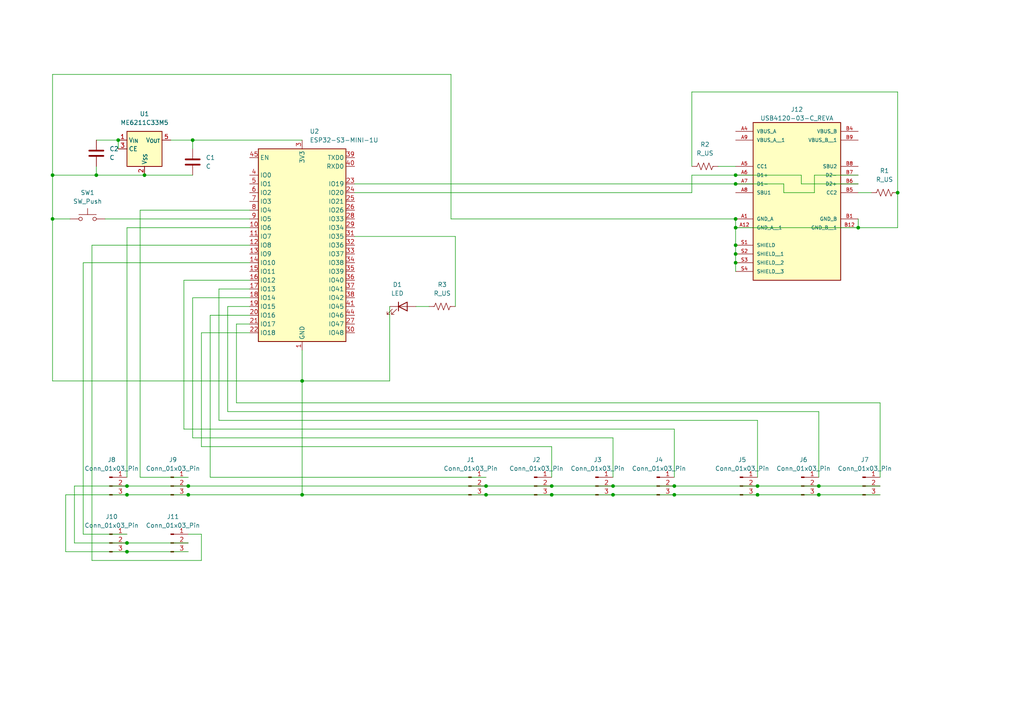
<source format=kicad_sch>
(kicad_sch (version 20231120) (generator "eeschema") (generator_version "8.0")
  (paper "A4")
  (lib_symbols
    (symbol "Connector:Conn_01x03_Pin" (pin_names (offset 1.016) hide)
      (property "Reference" "J" (at 0 5.08 0))
      (property "Value" "Conn_01x03_Pin" (at 0 -5.08 0))
      (symbol "Conn_01x03_Pin_1_1"
        (polyline (pts (xy 1.27 -2.54) (xy 0.8636 -2.54)) (stroke (width 0.1524)))
        (polyline (pts (xy 1.27 0) (xy 0.8636 0)) (stroke (width 0.1524)))
        (polyline (pts (xy 1.27 2.54) (xy 0.8636 2.54)) (stroke (width 0.1524)))
        (rectangle (start 0.8636 -2.413) (end 0 -2.667) (stroke (width 0.1524)) (fill (type outline)))
        (rectangle (start 0.8636 0.127) (end 0 -0.127) (stroke (width 0.1524)) (fill (type outline)))
        (rectangle (start 0.8636 2.667) (end 0 2.413) (stroke (width 0.1524)) (fill (type outline)))
        (pin passive line (at 5.08 2.54 180) (length 3.81) (name "Pin_1") (number "1"))
        (pin passive line (at 5.08 0 180) (length 3.81) (name "Pin_2") (number "2"))
        (pin passive line (at 5.08 -2.54 180) (length 3.81) (name "Pin_3") (number "3"))
      )
    )
    (symbol "Device:C" (pin_numbers hide) (pin_names (offset 0.254))
      (property "Reference" "C" (at 0.635 2.54 0))
      (property "Value" "C" (at 0.635 -2.54 0))
      (symbol "C_0_1"
        (polyline (pts (xy -2.032 -0.762) (xy 2.032 -0.762)) (stroke (width 0.508)))
        (polyline (pts (xy -2.032 0.762) (xy 2.032 0.762)) (stroke (width 0.508)))
      )
      (symbol "C_1_1"
        (pin passive line (at 0 3.81 270) (length 2.794) (name "~") (number "1"))
        (pin passive line (at 0 -3.81 90) (length 2.794) (name "~") (number "2"))
      )
    )
    (symbol "Device:LED" (pin_numbers hide) (pin_names (offset 1.016) hide)
      (property "Reference" "D" (at 0 2.54 0))
      (property "Value" "LED" (at 0 -2.54 0))
      (symbol "LED_0_1"
        (polyline (pts (xy -1.27 -1.27) (xy -1.27 1.27)) (stroke (width 0.254)))
        (polyline (pts (xy -1.27 0) (xy 1.27 0)))
        (polyline (pts (xy 1.27 -1.27) (xy 1.27 1.27) (xy -1.27 0) (xy 1.27 -1.27)) (stroke (width 0.254)))
        (polyline (pts (xy -3.048 -0.762) (xy -4.572 -2.286) (xy -3.81 -2.286) (xy -4.572 -2.286) (xy -4.572 -1.524)))
        (polyline (pts (xy -1.778 -0.762) (xy -3.302 -2.286) (xy -2.54 -2.286) (xy -3.302 -2.286) (xy -3.302 -1.524)))
      )
      (symbol "LED_1_1"
        (pin passive line (at -3.81 0 0) (length 2.54) (name "K") (number "1"))
        (pin passive line (at 3.81 0 180) (length 2.54) (name "A") (number "2"))
      )
    )
    (symbol "Device:R_US" (pin_numbers hide) (pin_names (offset 0))
      (property "Reference" "R" (at 2.54 0 90))
      (property "Value" "R_US" (at -2.54 0 90))
      (symbol "R_US_0_1"
        (polyline (pts (xy 0 -2.286) (xy 0 -2.54)))
        (polyline (pts (xy 0 2.286) (xy 0 2.54)))
        (polyline (pts (xy 0 -0.762) (xy 1.016 -1.143) (xy 0 -1.524) (xy -1.016 -1.905) (xy 0 -2.286)))
        (polyline (pts (xy 0 0.762) (xy 1.016 0.381) (xy 0 0) (xy -1.016 -0.381) (xy 0 -0.762)))
        (polyline (pts (xy 0 2.286) (xy 1.016 1.905) (xy 0 1.524) (xy -1.016 1.143) (xy 0 0.762)))
      )
      (symbol "R_US_1_1"
        (pin passive line (at 0 3.81 270) (length 1.27) (name "~") (number "1"))
        (pin passive line (at 0 -3.81 90) (length 1.27) (name "~") (number "2"))
      )
    )
    (symbol "RF_Module:ESP32-S3-MINI-1U"
      (property "Reference" "U" (at -11.43 29.21 0))
      (property "Value" "ESP32-S3-MINI-1U" (at 12.7 29.21 0))
      (symbol "ESP32-S3-MINI-1U_0_1"
        (rectangle (start -12.7 27.94) (end 12.7 -27.94) (stroke (width 0.254)) (fill (type background)))
      )
      (symbol "ESP32-S3-MINI-1U_1_1"
        (pin power_in line (at 0 -30.48 90) (length 2.54) (name "GND") (number "1"))
        (pin bidirectional line (at -15.24 5.08 0) (length 2.54) (name "IO6") (number "10"))
        (pin bidirectional line (at -15.24 2.54 0) (length 2.54) (name "IO7") (number "11"))
        (pin bidirectional line (at -15.24 0 0) (length 2.54) (name "IO8") (number "12"))
        (pin bidirectional line (at -15.24 -2.54 0) (length 2.54) (name "IO9") (number "13"))
        (pin bidirectional line (at -15.24 -5.08 0) (length 2.54) (name "IO10") (number "14"))
        (pin bidirectional line (at -15.24 -7.62 0) (length 2.54) (name "IO11") (number "15"))
        (pin bidirectional line (at -15.24 -10.16 0) (length 2.54) (name "IO12") (number "16"))
        (pin bidirectional line (at -15.24 -12.7 0) (length 2.54) (name "IO13") (number "17"))
        (pin bidirectional line (at -15.24 -15.24 0) (length 2.54) (name "IO14") (number "18"))
        (pin bidirectional line (at -15.24 -17.78 0) (length 2.54) (name "IO15") (number "19"))
        (pin passive line (at 0 -30.48 90) (length 2.54) hide (name "GND") (number "2"))
        (pin bidirectional line (at -15.24 -20.32 0) (length 2.54) (name "IO16") (number "20"))
        (pin bidirectional line (at -15.24 -22.86 0) (length 2.54) (name "IO17") (number "21"))
        (pin bidirectional line (at -15.24 -25.4 0) (length 2.54) (name "IO18") (number "22"))
        (pin bidirectional line (at 15.24 17.78 180) (length 2.54) (name "IO19") (number "23"))
        (pin bidirectional line (at 15.24 15.24 180) (length 2.54) (name "IO20") (number "24"))
        (pin bidirectional line (at 15.24 12.7 180) (length 2.54) (name "IO21") (number "25"))
        (pin bidirectional line (at 15.24 10.16 180) (length 2.54) (name "IO26") (number "26"))
        (pin bidirectional line (at 15.24 -22.86 180) (length 2.54) (name "IO47") (number "27"))
        (pin bidirectional line (at 15.24 7.62 180) (length 2.54) (name "IO33") (number "28"))
        (pin bidirectional line (at 15.24 5.08 180) (length 2.54) (name "IO34") (number "29"))
        (pin power_in line (at 0 30.48 270) (length 2.54) (name "3V3") (number "3"))
        (pin bidirectional line (at 15.24 -25.4 180) (length 2.54) (name "IO48") (number "30"))
        (pin bidirectional line (at 15.24 2.54 180) (length 2.54) (name "IO35") (number "31"))
        (pin bidirectional line (at 15.24 0 180) (length 2.54) (name "IO36") (number "32"))
        (pin bidirectional line (at 15.24 -2.54 180) (length 2.54) (name "IO37") (number "33"))
        (pin bidirectional line (at 15.24 -5.08 180) (length 2.54) (name "IO38") (number "34"))
        (pin bidirectional line (at 15.24 -7.62 180) (length 2.54) (name "IO39") (number "35"))
        (pin bidirectional line (at 15.24 -10.16 180) (length 2.54) (name "IO40") (number "36"))
        (pin bidirectional line (at 15.24 -12.7 180) (length 2.54) (name "IO41") (number "37"))
        (pin bidirectional line (at 15.24 -15.24 180) (length 2.54) (name "IO42") (number "38"))
        (pin bidirectional line (at 15.24 25.4 180) (length 2.54) (name "TXD0") (number "39"))
        (pin bidirectional line (at -15.24 20.32 0) (length 2.54) (name "IO0") (number "4"))
        (pin bidirectional line (at 15.24 22.86 180) (length 2.54) (name "RXD0") (number "40"))
        (pin bidirectional line (at 15.24 -17.78 180) (length 2.54) (name "IO45") (number "41"))
        (pin passive line (at 0 -30.48 90) (length 2.54) hide (name "GND") (number "42"))
        (pin passive line (at 0 -30.48 90) (length 2.54) hide (name "GND") (number "43"))
        (pin bidirectional line (at 15.24 -20.32 180) (length 2.54) (name "IO46") (number "44"))
        (pin input line (at -15.24 25.4 0) (length 2.54) (name "EN") (number "45"))
        (pin passive line (at 0 -30.48 90) (length 2.54) hide (name "GND") (number "46"))
        (pin passive line (at 0 -30.48 90) (length 2.54) hide (name "GND") (number "47"))
        (pin passive line (at 0 -30.48 90) (length 2.54) hide (name "GND") (number "48"))
        (pin passive line (at 0 -30.48 90) (length 2.54) hide (name "GND") (number "49"))
        (pin bidirectional line (at -15.24 17.78 0) (length 2.54) (name "IO1") (number "5"))
        (pin passive line (at 0 -30.48 90) (length 2.54) hide (name "GND") (number "50"))
        (pin passive line (at 0 -30.48 90) (length 2.54) hide (name "GND") (number "51"))
        (pin passive line (at 0 -30.48 90) (length 2.54) hide (name "GND") (number "52"))
        (pin passive line (at 0 -30.48 90) (length 2.54) hide (name "GND") (number "53"))
        (pin passive line (at 0 -30.48 90) (length 2.54) hide (name "GND") (number "54"))
        (pin passive line (at 0 -30.48 90) (length 2.54) hide (name "GND") (number "55"))
        (pin passive line (at 0 -30.48 90) (length 2.54) hide (name "GND") (number "56"))
        (pin passive line (at 0 -30.48 90) (length 2.54) hide (name "GND") (number "57"))
        (pin passive line (at 0 -30.48 90) (length 2.54) hide (name "GND") (number "58"))
        (pin passive line (at 0 -30.48 90) (length 2.54) hide (name "GND") (number "59"))
        (pin bidirectional line (at -15.24 15.24 0) (length 2.54) (name "IO2") (number "6"))
        (pin passive line (at 0 -30.48 90) (length 2.54) hide (name "GND") (number "60"))
        (pin passive line (at 0 -30.48 90) (length 2.54) hide (name "GND") (number "61"))
        (pin passive line (at 0 -30.48 90) (length 2.54) hide (name "GND") (number "62"))
        (pin passive line (at 0 -30.48 90) (length 2.54) hide (name "GND") (number "63"))
        (pin passive line (at 0 -30.48 90) (length 2.54) hide (name "GND") (number "64"))
        (pin passive line (at 0 -30.48 90) (length 2.54) hide (name "GND") (number "65"))
        (pin bidirectional line (at -15.24 12.7 0) (length 2.54) (name "IO3") (number "7"))
        (pin bidirectional line (at -15.24 10.16 0) (length 2.54) (name "IO4") (number "8"))
        (pin bidirectional line (at -15.24 7.62 0) (length 2.54) (name "IO5") (number "9"))
      )
    )
    (symbol "Regulator_Linear:ME6211C33M5"
      (property "Reference" "U" (at -4.572 6.35 0))
      (property "Value" "ME6211C33M5" (at 10.16 8.636 0))
      (symbol "ME6211C33M5_1_1"
        (rectangle (start -5.08 5.08) (end 5.08 -5.08) (stroke (width 0.254)) (fill (type background)))
        (pin power_in line (at -7.62 2.54 0) (length 2.54) (name "V_{IN}") (number "1"))
        (pin power_in line (at 0 -7.62 90) (length 2.54) (name "V_{SS}") (number "2"))
        (pin input line (at -7.62 0 0) (length 2.54) (name "CE") (number "3"))
        (pin no_connect line (at 5.08 0 180) (length 2.54) hide (name "NC") (number "4"))
        (pin power_out line (at 7.62 2.54 180) (length 2.54) (name "V_{OUT}") (number "5"))
      )
    )
    (symbol "Switch:SW_Push" (pin_numbers hide) (pin_names (offset 1.016) hide)
      (property "Reference" "SW" (at 1.27 2.54 0))
      (property "Value" "SW_Push" (at 0 -1.524 0))
      (symbol "SW_Push_0_1"
        (circle (center -2.032 0) (radius 0.508))
        (polyline (pts (xy 0 1.27) (xy 0 3.048)))
        (polyline (pts (xy 2.54 1.27) (xy -2.54 1.27)))
        (circle (center 2.032 0) (radius 0.508))
        (pin passive line (at -5.08 0 0) (length 2.54) (name "1") (number "1"))
        (pin passive line (at 5.08 0 180) (length 2.54) (name "2") (number "2"))
      )
    )
    (symbol "usbc:USB4120-03-C_REVA" (pin_names (offset 1.016))
      (property "Reference" "J" (at -12.7 16.002 0))
      (property "Value" "USB4120-03-C_REVA" (at -12.7 -31.242 0))
      (symbol "USB4120-03-C_REVA_0_0"
        (rectangle (start -12.7 -30.48) (end 12.7 15.24) (stroke (width 0.254)) (fill (type background)))
        (pin power_in line (at -17.78 -12.7 0) (length 5.08) (name "GND_A") (number "A1"))
        (pin power_in line (at -17.78 -15.24 0) (length 5.08) (name "GND_A__1") (number "A12"))
        (pin power_in line (at -17.78 12.7 0) (length 5.08) (name "VBUS_A") (number "A4"))
        (pin bidirectional line (at -17.78 2.54 0) (length 5.08) (name "CC1") (number "A5"))
        (pin bidirectional line (at -17.78 0 0) (length 5.08) (name "D1+") (number "A6"))
        (pin bidirectional line (at -17.78 -2.54 0) (length 5.08) (name "D1-") (number "A7"))
        (pin bidirectional line (at -17.78 -5.08 0) (length 5.08) (name "SBU1") (number "A8"))
        (pin power_in line (at -17.78 10.16 0) (length 5.08) (name "VBUS_A__1") (number "A9"))
        (pin power_in line (at 17.78 -12.7 180) (length 5.08) (name "GND_B") (number "B1"))
        (pin power_in line (at 17.78 -15.24 180) (length 5.08) (name "GND_B__1") (number "B12"))
        (pin power_in line (at 17.78 12.7 180) (length 5.08) (name "VBUS_B") (number "B4"))
        (pin bidirectional line (at 17.78 -5.08 180) (length 5.08) (name "CC2") (number "B5"))
        (pin bidirectional line (at 17.78 -2.54 180) (length 5.08) (name "D2+") (number "B6"))
        (pin bidirectional line (at 17.78 0 180) (length 5.08) (name "D2-") (number "B7"))
        (pin bidirectional line (at 17.78 2.54 180) (length 5.08) (name "SBU2") (number "B8"))
        (pin power_in line (at 17.78 10.16 180) (length 5.08) (name "VBUS_B__1") (number "B9"))
        (pin passive line (at -17.78 -20.32 0) (length 5.08) (name "SHIELD") (number "S1"))
        (pin passive line (at -17.78 -22.86 0) (length 5.08) (name "SHIELD__1") (number "S2"))
        (pin passive line (at -17.78 -25.4 0) (length 5.08) (name "SHIELD__2") (number "S3"))
        (pin passive line (at -17.78 -27.94 0) (length 5.08) (name "SHIELD__3") (number "S4"))
      )
    )
  )
  (junction (at 195.58 140.97))
  (junction (at 36.83 157.48))
  (junction (at 87.63 143.51))
  (junction (at 140.97 140.97))
  (junction (at 237.49 143.51))
  (junction (at 160.02 143.51))
  (junction (at 219.71 140.97))
  (junction (at 140.97 143.51))
  (junction (at 213.36 71.12))
  (junction (at 213.36 53.34))
  (junction (at 36.83 160.02))
  (junction (at 213.36 66.04))
  (junction (at 160.02 140.97))
  (junction (at 237.49 140.97))
  (junction (at 248.92 66.04))
  (junction (at 213.36 50.8))
  (junction (at 260.35 55.88))
  (junction (at 15.24 50.8))
  (junction (at 177.8 143.51))
  (junction (at 87.63 110.49))
  (junction (at 27.94 50.8))
  (junction (at 36.83 143.51))
  (junction (at 219.71 143.51))
  (junction (at 36.83 140.97))
  (junction (at 54.61 140.97))
  (junction (at 213.36 63.5))
  (junction (at 34.29 40.64))
  (junction (at 195.58 143.51))
  (junction (at 41.91 50.8))
  (junction (at 177.8 140.97))
  (junction (at 213.36 73.66))
  (junction (at 55.88 40.64))
  (junction (at 54.61 143.51))
  (junction (at 213.36 76.2))
  (junction (at 15.24 63.5))
  (wire (pts (xy 26.67 71.12) (xy 26.67 162.56)))
  (wire (pts (xy 49.53 40.64) (xy 55.88 40.64)))
  (wire (pts (xy 63.5 121.92) (xy 219.71 121.92)))
  (wire (pts (xy 213.36 73.66) (xy 213.36 76.2)))
  (wire (pts (xy 213.36 71.12) (xy 213.36 73.66)))
  (wire (pts (xy 177.8 127) (xy 55.88 127)))
  (wire (pts (xy 219.71 121.92) (xy 219.71 138.43)))
  (wire (pts (xy 72.39 88.9) (xy 66.04 88.9)))
  (wire (pts (xy 232.41 53.34) (xy 248.92 53.34)))
  (wire (pts (xy 19.05 160.02) (xy 36.83 160.02)))
  (wire (pts (xy 260.35 26.67) (xy 260.35 55.88)))
  (wire (pts (xy 54.61 138.43) (xy 40.64 138.43)))
  (wire (pts (xy 58.42 154.94) (xy 54.61 154.94)))
  (wire (pts (xy 160.02 140.97) (xy 177.8 140.97)))
  (wire (pts (xy 55.88 127) (xy 55.88 86.36)))
  (wire (pts (xy 55.88 86.36) (xy 72.39 86.36)))
  (wire (pts (xy 160.02 143.51) (xy 177.8 143.51)))
  (wire (pts (xy 27.94 48.26) (xy 27.94 50.8)))
  (wire (pts (xy 54.61 140.97) (xy 140.97 140.97)))
  (wire (pts (xy 15.24 50.8) (xy 27.94 50.8)))
  (wire (pts (xy 34.29 40.64) (xy 27.94 40.64)))
  (wire (pts (xy 208.28 48.26) (xy 213.36 48.26)))
  (wire (pts (xy 132.08 88.9) (xy 132.08 68.58)))
  (wire (pts (xy 232.41 50.8) (xy 232.41 53.34)))
  (wire (pts (xy 213.36 50.8) (xy 232.41 50.8)))
  (wire (pts (xy 21.59 157.48) (xy 36.83 157.48)))
  (wire (pts (xy 27.94 50.8) (xy 41.91 50.8)))
  (wire (pts (xy 36.83 157.48) (xy 54.61 157.48)))
  (wire (pts (xy 195.58 124.46) (xy 53.34 124.46)))
  (wire (pts (xy 132.08 68.58) (xy 102.87 68.58)))
  (wire (pts (xy 177.8 143.51) (xy 195.58 143.51)))
  (wire (pts (xy 36.83 143.51) (xy 54.61 143.51)))
  (wire (pts (xy 15.24 50.8) (xy 15.24 63.5)))
  (wire (pts (xy 248.92 55.88) (xy 252.73 55.88)))
  (wire (pts (xy 66.04 88.9) (xy 66.04 119.38)))
  (wire (pts (xy 227.33 53.34) (xy 213.36 53.34)))
  (wire (pts (xy 219.71 143.51) (xy 237.49 143.51)))
  (wire (pts (xy 55.88 50.8) (xy 41.91 50.8)))
  (wire (pts (xy 60.96 138.43) (xy 60.96 91.44)))
  (wire (pts (xy 15.24 21.59) (xy 15.24 50.8)))
  (wire (pts (xy 66.04 119.38) (xy 237.49 119.38)))
  (wire (pts (xy 213.36 66.04) (xy 213.36 71.12)))
  (wire (pts (xy 195.58 140.97) (xy 219.71 140.97)))
  (wire (pts (xy 177.8 140.97) (xy 195.58 140.97)))
  (wire (pts (xy 177.8 138.43) (xy 177.8 127)))
  (wire (pts (xy 130.81 21.59) (xy 15.24 21.59)))
  (wire (pts (xy 68.58 116.84) (xy 255.27 116.84)))
  (wire (pts (xy 213.36 66.04) (xy 248.92 66.04)))
  (wire (pts (xy 87.63 143.51) (xy 140.97 143.51)))
  (wire (pts (xy 15.24 63.5) (xy 15.24 110.49)))
  (wire (pts (xy 237.49 140.97) (xy 255.27 140.97)))
  (wire (pts (xy 87.63 110.49) (xy 87.63 143.51)))
  (wire (pts (xy 213.36 76.2) (xy 213.36 78.74)))
  (wire (pts (xy 195.58 138.43) (xy 195.58 124.46)))
  (wire (pts (xy 236.22 55.88) (xy 227.33 55.88)))
  (wire (pts (xy 200.66 50.8) (xy 200.66 55.88)))
  (wire (pts (xy 72.39 83.82) (xy 63.5 83.82)))
  (wire (pts (xy 24.13 154.94) (xy 36.83 154.94)))
  (wire (pts (xy 237.49 143.51) (xy 255.27 143.51)))
  (wire (pts (xy 34.29 40.64) (xy 34.29 43.18)))
  (wire (pts (xy 130.81 63.5) (xy 213.36 63.5)))
  (wire (pts (xy 36.83 140.97) (xy 54.61 140.97)))
  (wire (pts (xy 15.24 110.49) (xy 87.63 110.49)))
  (wire (pts (xy 19.05 143.51) (xy 19.05 160.02)))
  (wire (pts (xy 200.66 50.8) (xy 213.36 50.8)))
  (wire (pts (xy 36.83 160.02) (xy 54.61 160.02)))
  (wire (pts (xy 36.83 66.04) (xy 72.39 66.04)))
  (wire (pts (xy 248.92 66.04) (xy 248.92 63.5)))
  (wire (pts (xy 200.66 26.67) (xy 260.35 26.67)))
  (wire (pts (xy 58.42 129.54) (xy 58.42 96.52)))
  (wire (pts (xy 53.34 124.46) (xy 53.34 81.28)))
  (wire (pts (xy 40.64 138.43) (xy 40.64 60.96)))
  (wire (pts (xy 58.42 96.52) (xy 72.39 96.52)))
  (wire (pts (xy 36.83 138.43) (xy 36.83 66.04)))
  (wire (pts (xy 160.02 129.54) (xy 58.42 129.54)))
  (wire (pts (xy 213.36 63.5) (xy 213.36 66.04)))
  (wire (pts (xy 21.59 140.97) (xy 21.59 157.48)))
  (wire (pts (xy 140.97 138.43) (xy 60.96 138.43)))
  (wire (pts (xy 255.27 116.84) (xy 255.27 138.43)))
  (wire (pts (xy 113.03 110.49) (xy 87.63 110.49)))
  (wire (pts (xy 102.87 55.88) (xy 200.66 55.88)))
  (wire (pts (xy 237.49 119.38) (xy 237.49 138.43)))
  (wire (pts (xy 21.59 140.97) (xy 36.83 140.97)))
  (wire (pts (xy 54.61 143.51) (xy 87.63 143.51)))
  (wire (pts (xy 26.67 162.56) (xy 58.42 162.56)))
  (wire (pts (xy 113.03 88.9) (xy 113.03 110.49)))
  (wire (pts (xy 140.97 140.97) (xy 160.02 140.97)))
  (wire (pts (xy 15.24 63.5) (xy 20.32 63.5)))
  (wire (pts (xy 72.39 76.2) (xy 24.13 76.2)))
  (wire (pts (xy 130.81 21.59) (xy 130.81 63.5)))
  (wire (pts (xy 72.39 71.12) (xy 26.67 71.12)))
  (wire (pts (xy 160.02 138.43) (xy 160.02 129.54)))
  (wire (pts (xy 63.5 83.82) (xy 63.5 121.92)))
  (wire (pts (xy 236.22 50.8) (xy 236.22 55.88)))
  (wire (pts (xy 53.34 81.28) (xy 72.39 81.28)))
  (wire (pts (xy 140.97 143.51) (xy 160.02 143.51)))
  (wire (pts (xy 72.39 93.98) (xy 68.58 93.98)))
  (wire (pts (xy 195.58 143.51) (xy 219.71 143.51)))
  (wire (pts (xy 102.87 53.34) (xy 213.36 53.34)))
  (wire (pts (xy 248.92 50.8) (xy 236.22 50.8)))
  (wire (pts (xy 58.42 162.56) (xy 58.42 154.94)))
  (wire (pts (xy 260.35 66.04) (xy 248.92 66.04)))
  (wire (pts (xy 19.05 143.51) (xy 36.83 143.51)))
  (wire (pts (xy 55.88 40.64) (xy 55.88 43.18)))
  (wire (pts (xy 200.66 48.26) (xy 200.66 26.67)))
  (wire (pts (xy 227.33 55.88) (xy 227.33 53.34)))
  (wire (pts (xy 30.48 63.5) (xy 72.39 63.5)))
  (wire (pts (xy 60.96 91.44) (xy 72.39 91.44)))
  (wire (pts (xy 68.58 93.98) (xy 68.58 116.84)))
  (wire (pts (xy 55.88 40.64) (xy 87.63 40.64)))
  (wire (pts (xy 219.71 140.97) (xy 237.49 140.97)))
  (wire (pts (xy 260.35 55.88) (xy 260.35 66.04)))
  (wire (pts (xy 40.64 60.96) (xy 72.39 60.96)))
  (wire (pts (xy 24.13 76.2) (xy 24.13 154.94)))
  (wire (pts (xy 87.63 101.6) (xy 87.63 110.49)))
  (wire (pts (xy 120.65 88.9) (xy 124.46 88.9)))
  (symbol (lib_id "Device:R_US") (at 256.54 55.88 270) (unit 1)
    (property "Reference" "R1" (at 256.54 49.53 90))
    (property "Value" "R_US" (at 256.54 52.07 90))
    (property "Footprint" "Resistor_SMD:R_0402_1005Metric_Pad0.72x0.64mm_HandSolder" (effects (hide yes)))
    (property "Description" "Resistor, US symbol" (effects (hide yes)))
  )
  (symbol (lib_id "Device:R_US") (at 204.47 48.26 90) (unit 1)
    (property "Reference" "R2" (at 204.47 41.91 90))
    (property "Value" "R_US" (at 204.47 44.45 90))
    (property "Footprint" "Resistor_SMD:R_0402_1005Metric_Pad0.72x0.64mm_HandSolder" (effects (hide yes)))
    (property "Description" "Resistor, US symbol" (effects (hide yes)))
  )
  (symbol (lib_id "Connector:Conn_01x03_Pin") (at 154.94 140.97 0) (unit 1)
    (property "Reference" "J2" (at 155.575 133.35 0))
    (property "Value" "Conn_01x03_Pin" (at 155.575 135.89 0))
    (property "Footprint" "Connector_PinHeader_2.54mm:PinHeader_1x03_P2.54mm_Vertical" (effects (hide yes)))
    (property "Description" "Generic connector, single row, 01x03, script generated" (effects (hide yes)))
  )
  (symbol (lib_id "Connector:Conn_01x03_Pin") (at 49.53 157.48 0) (unit 1)
    (property "Reference" "J11" (at 50.165 149.86 0))
    (property "Value" "Conn_01x03_Pin" (at 50.165 152.4 0))
    (property "Footprint" "Connector_PinHeader_2.54mm:PinHeader_1x03_P2.54mm_Vertical" (effects (hide yes)))
    (property "Description" "Generic connector, single row, 01x03, script generated" (effects (hide yes)))
  )
  (symbol (lib_id "Device:C") (at 27.94 44.45 0) (unit 1)
    (property "Reference" "C2" (at 31.75 43.1799 0) (effects (justify left)))
    (property "Value" "C" (at 31.75 45.7199 0) (effects (justify left)))
    (property "Footprint" "Capacitor_SMD:C_0402_1005Metric_Pad0.74x0.62mm_HandSolder" (effects (hide yes)))
    (property "Description" "Unpolarized capacitor" (effects (hide yes)))
  )
  (symbol (lib_id "Switch:SW_Push") (at 25.4 63.5 0) (unit 1)
    (property "Reference" "SW1" (at 25.4 55.88 0))
    (property "Value" "SW_Push" (at 25.4 58.42 0))
    (property "Footprint" "Button_Switch_SMD:SW_Tactile_SPST_NO_Straight_CK_PTS636Sx25SMTRLFS" (effects (hide yes)))
    (property "Description" "Push button switch, generic, two pins" (effects (hide yes)))
  )
  (symbol (lib_id "Device:R_US") (at 128.27 88.9 90) (unit 1)
    (property "Reference" "R3" (at 128.27 82.55 90))
    (property "Value" "R_US" (at 128.27 85.09 90))
    (property "Footprint" "Resistor_SMD:R_0402_1005Metric_Pad0.72x0.64mm_HandSolder" (effects (hide yes)))
    (property "Description" "Resistor, US symbol" (effects (hide yes)))
  )
  (symbol (lib_id "Connector:Conn_01x03_Pin") (at 190.5 140.97 0) (unit 1)
    (property "Reference" "J4" (at 191.135 133.35 0))
    (property "Value" "Conn_01x03_Pin" (at 191.135 135.89 0))
    (property "Footprint" "Connector_PinHeader_2.54mm:PinHeader_1x03_P2.54mm_Vertical" (effects (hide yes)))
    (property "Description" "Generic connector, single row, 01x03, script generated" (effects (hide yes)))
  )
  (symbol (lib_id "usbc:USB4120-03-C_REVA") (at 231.14 50.8 0) (unit 1)
    (property "Reference" "J12" (at 231.14 31.75 0))
    (property "Value" "USB4120-03-C_REVA" (at 231.14 34.29 0))
    (property "Footprint" "usbc:USB4120-03-C_GCT" (effects (hide yes)))
    (property "PARTREV" "A" (effects (hide yes)))
    (property "MANUFACTURER" "GCT" (effects (hide yes)))
    (property "MAXIMUM_PACKAGE_HEIGHT" "6.5mm" (effects (hide yes)))
    (property "STANDARD" "Manufacturer Recommendations" (effects (hide yes)))
  )
  (symbol (lib_id "Connector:Conn_01x03_Pin") (at 172.72 140.97 0) (unit 1)
    (property "Reference" "J3" (at 173.355 133.35 0))
    (property "Value" "Conn_01x03_Pin" (at 173.355 135.89 0))
    (property "Footprint" "Connector_PinHeader_2.54mm:PinHeader_1x03_P2.54mm_Vertical" (effects (hide yes)))
    (property "Description" "Generic connector, single row, 01x03, script generated" (effects (hide yes)))
  )
  (symbol (lib_id "RF_Module:ESP32-S3-MINI-1U") (at 87.63 71.12 0) (unit 1)
    (property "Reference" "U2" (at 89.8241 38.1 0) (effects (justify left)))
    (property "Value" "ESP32-S3-MINI-1U" (at 89.8241 40.64 0) (effects (justify left)))
    (property "Footprint" "RF_Module:ESP32-S2-MINI-1U" (effects (hide yes)))
    (property "Datasheet" "https://www.espressif.com/sites/default/files/documentation/esp32-s3-mini-1_mini-1u_datasheet_en.pdf" (effects (hide yes)))
    (property "Description" "RF Module, ESP32-S3 SoC, Wi-Fi 802.11b/g/n, Bluetooth, BLE, 32-bit, 3.3V, SMD, external antenna" (effects (hide yes)))
  )
  (symbol (lib_id "Device:LED") (at 116.84 88.9 0) (unit 1)
    (property "Reference" "D1" (at 115.2525 82.55 0))
    (property "Value" "LED" (at 115.2525 85.09 0))
    (property "Footprint" "LED_THT:LED_D3.0mm" (effects (hide yes)))
    (property "Description" "Light emitting diode" (effects (hide yes)))
  )
  (symbol (lib_id "Connector:Conn_01x03_Pin") (at 250.19 140.97 0) (unit 1)
    (property "Reference" "J7" (at 250.825 133.35 0))
    (property "Value" "Conn_01x03_Pin" (at 250.825 135.89 0))
    (property "Footprint" "Connector_PinHeader_2.54mm:PinHeader_1x03_P2.54mm_Vertical" (effects (hide yes)))
    (property "Description" "Generic connector, single row, 01x03, script generated" (effects (hide yes)))
  )
  (symbol (lib_id "Regulator_Linear:ME6211C33M5") (at 41.91 43.18 0) (unit 1)
    (property "Reference" "U1" (at 41.91 33.02 0))
    (property "Value" "ME6211C33M5" (at 41.91 35.56 0))
    (property "Footprint" "Package_TO_SOT_SMD:SOT-23-5" (effects (hide yes)))
    (property "Datasheet" "https://www.lcsc.com/datasheet/lcsc_datasheet_2304140030_MICRONE-Nanjing-Micro-One-Elec-ME6211C33R5G_C235316.pdf" (effects (hide yes)))
    (property "Description" "500mA low dropout linear regulator, shutdown pin, 6.5V max input voltage, 3.3V fixed positive output, SOT-23-5" (effects (hide yes)))
  )
  (symbol (lib_id "Connector:Conn_01x03_Pin") (at 232.41 140.97 0) (unit 1)
    (property "Reference" "J6" (at 233.045 133.35 0))
    (property "Value" "Conn_01x03_Pin" (at 233.045 135.89 0))
    (property "Footprint" "Connector_PinHeader_2.54mm:PinHeader_1x03_P2.54mm_Vertical" (effects (hide yes)))
    (property "Description" "Generic connector, single row, 01x03, script generated" (effects (hide yes)))
  )
  (symbol (lib_id "Connector:Conn_01x03_Pin") (at 135.89 140.97 0) (unit 1)
    (property "Reference" "J1" (at 136.525 133.35 0))
    (property "Value" "Conn_01x03_Pin" (at 136.525 135.89 0))
    (property "Footprint" "Connector_PinHeader_2.54mm:PinHeader_1x03_P2.54mm_Vertical" (effects (hide yes)))
    (property "Description" "Generic connector, single row, 01x03, script generated" (effects (hide yes)))
  )
  (symbol (lib_id "Device:C") (at 55.88 46.99 0) (unit 1)
    (property "Reference" "C1" (at 59.69 45.7199 0) (effects (justify left)))
    (property "Value" "C" (at 59.69 48.2599 0) (effects (justify left)))
    (property "Footprint" "Capacitor_SMD:C_0402_1005Metric_Pad0.74x0.62mm_HandSolder" (effects (hide yes)))
    (property "Description" "Unpolarized capacitor" (effects (hide yes)))
  )
  (symbol (lib_id "Connector:Conn_01x03_Pin") (at 49.53 140.97 0) (unit 1)
    (property "Reference" "J9" (at 50.165 133.35 0))
    (property "Value" "Conn_01x03_Pin" (at 50.165 135.89 0))
    (property "Footprint" "Connector_PinHeader_2.54mm:PinHeader_1x03_P2.54mm_Vertical" (effects (hide yes)))
    (property "Description" "Generic connector, single row, 01x03, script generated" (effects (hide yes)))
  )
  (symbol (lib_id "Connector:Conn_01x03_Pin") (at 31.75 140.97 0) (unit 1)
    (property "Reference" "J8" (at 32.385 133.35 0))
    (property "Value" "Conn_01x03_Pin" (at 32.385 135.89 0))
    (property "Footprint" "Connector_PinHeader_2.54mm:PinHeader_1x03_P2.54mm_Vertical" (effects (hide yes)))
    (property "Description" "Generic connector, single row, 01x03, script generated" (effects (hide yes)))
  )
  (symbol (lib_id "Connector:Conn_01x03_Pin") (at 31.75 157.48 0) (unit 1)
    (property "Reference" "J10" (at 32.385 149.86 0))
    (property "Value" "Conn_01x03_Pin" (at 32.385 152.4 0))
    (property "Footprint" "Connector_PinHeader_2.54mm:PinHeader_1x03_P2.54mm_Vertical" (effects (hide yes)))
    (property "Description" "Generic connector, single row, 01x03, script generated" (effects (hide yes)))
  )
  (symbol (lib_id "Connector:Conn_01x03_Pin") (at 214.63 140.97 0) (unit 1)
    (property "Reference" "J5" (at 215.265 133.35 0))
    (property "Value" "Conn_01x03_Pin" (at 215.265 135.89 0))
    (property "Footprint" "Connector_PinHeader_2.54mm:PinHeader_1x03_P2.54mm_Vertical" (effects (hide yes)))
    (property "Description" "Generic connector, single row, 01x03, script generated" (effects (hide yes)))
  )
)
</source>
